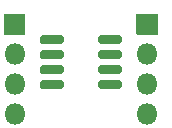
<source format=gts>
%TF.GenerationSoftware,KiCad,Pcbnew,5.1.7+dfsg1-1*%
%TF.CreationDate,2020-10-30T20:21:54-04:00*%
%TF.ProjectId,fpga-game,66706761-2d67-4616-9d65-2e6b69636164,rev?*%
%TF.SameCoordinates,Original*%
%TF.FileFunction,Soldermask,Top*%
%TF.FilePolarity,Negative*%
%FSLAX46Y46*%
G04 Gerber Fmt 4.6, Leading zero omitted, Abs format (unit mm)*
G04 Created by KiCad (PCBNEW 5.1.7+dfsg1-1) date 2020-10-30 20:21:54*
%MOMM*%
%LPD*%
G01*
G04 APERTURE LIST*
%ADD10O,1.801600X1.801600*%
G04 APERTURE END LIST*
%TO.C,J1*%
G36*
G01*
X154126200Y-97250000D02*
X154126200Y-95550000D01*
G75*
G02*
X154177000Y-95499200I50800J0D01*
G01*
X155877000Y-95499200D01*
G75*
G02*
X155927800Y-95550000I0J-50800D01*
G01*
X155927800Y-97250000D01*
G75*
G02*
X155877000Y-97300800I-50800J0D01*
G01*
X154177000Y-97300800D01*
G75*
G02*
X154126200Y-97250000I0J50800D01*
G01*
G37*
D10*
X155027000Y-98940000D03*
X155027000Y-101480000D03*
X155027000Y-104020000D03*
%TD*%
%TO.C,J2*%
X166227000Y-104020000D03*
X166227000Y-101480000D03*
X166227000Y-98940000D03*
G36*
G01*
X165326200Y-97250000D02*
X165326200Y-95550000D01*
G75*
G02*
X165377000Y-95499200I50800J0D01*
G01*
X167077000Y-95499200D01*
G75*
G02*
X167127800Y-95550000I0J-50800D01*
G01*
X167127800Y-97250000D01*
G75*
G02*
X167077000Y-97300800I-50800J0D01*
G01*
X165377000Y-97300800D01*
G75*
G02*
X165326200Y-97250000I0J50800D01*
G01*
G37*
%TD*%
%TO.C,U1*%
G36*
G01*
X157126200Y-97870400D02*
X157126200Y-97519600D01*
G75*
G02*
X157301600Y-97344200I175400J0D01*
G01*
X159002400Y-97344200D01*
G75*
G02*
X159177800Y-97519600I0J-175400D01*
G01*
X159177800Y-97870400D01*
G75*
G02*
X159002400Y-98045800I-175400J0D01*
G01*
X157301600Y-98045800D01*
G75*
G02*
X157126200Y-97870400I0J175400D01*
G01*
G37*
G36*
G01*
X157126200Y-99140400D02*
X157126200Y-98789600D01*
G75*
G02*
X157301600Y-98614200I175400J0D01*
G01*
X159002400Y-98614200D01*
G75*
G02*
X159177800Y-98789600I0J-175400D01*
G01*
X159177800Y-99140400D01*
G75*
G02*
X159002400Y-99315800I-175400J0D01*
G01*
X157301600Y-99315800D01*
G75*
G02*
X157126200Y-99140400I0J175400D01*
G01*
G37*
G36*
G01*
X157126200Y-100410400D02*
X157126200Y-100059600D01*
G75*
G02*
X157301600Y-99884200I175400J0D01*
G01*
X159002400Y-99884200D01*
G75*
G02*
X159177800Y-100059600I0J-175400D01*
G01*
X159177800Y-100410400D01*
G75*
G02*
X159002400Y-100585800I-175400J0D01*
G01*
X157301600Y-100585800D01*
G75*
G02*
X157126200Y-100410400I0J175400D01*
G01*
G37*
G36*
G01*
X157126200Y-101680400D02*
X157126200Y-101329600D01*
G75*
G02*
X157301600Y-101154200I175400J0D01*
G01*
X159002400Y-101154200D01*
G75*
G02*
X159177800Y-101329600I0J-175400D01*
G01*
X159177800Y-101680400D01*
G75*
G02*
X159002400Y-101855800I-175400J0D01*
G01*
X157301600Y-101855800D01*
G75*
G02*
X157126200Y-101680400I0J175400D01*
G01*
G37*
G36*
G01*
X162076200Y-101680400D02*
X162076200Y-101329600D01*
G75*
G02*
X162251600Y-101154200I175400J0D01*
G01*
X163952400Y-101154200D01*
G75*
G02*
X164127800Y-101329600I0J-175400D01*
G01*
X164127800Y-101680400D01*
G75*
G02*
X163952400Y-101855800I-175400J0D01*
G01*
X162251600Y-101855800D01*
G75*
G02*
X162076200Y-101680400I0J175400D01*
G01*
G37*
G36*
G01*
X162076200Y-100410400D02*
X162076200Y-100059600D01*
G75*
G02*
X162251600Y-99884200I175400J0D01*
G01*
X163952400Y-99884200D01*
G75*
G02*
X164127800Y-100059600I0J-175400D01*
G01*
X164127800Y-100410400D01*
G75*
G02*
X163952400Y-100585800I-175400J0D01*
G01*
X162251600Y-100585800D01*
G75*
G02*
X162076200Y-100410400I0J175400D01*
G01*
G37*
G36*
G01*
X162076200Y-99140400D02*
X162076200Y-98789600D01*
G75*
G02*
X162251600Y-98614200I175400J0D01*
G01*
X163952400Y-98614200D01*
G75*
G02*
X164127800Y-98789600I0J-175400D01*
G01*
X164127800Y-99140400D01*
G75*
G02*
X163952400Y-99315800I-175400J0D01*
G01*
X162251600Y-99315800D01*
G75*
G02*
X162076200Y-99140400I0J175400D01*
G01*
G37*
G36*
G01*
X162076200Y-97870400D02*
X162076200Y-97519600D01*
G75*
G02*
X162251600Y-97344200I175400J0D01*
G01*
X163952400Y-97344200D01*
G75*
G02*
X164127800Y-97519600I0J-175400D01*
G01*
X164127800Y-97870400D01*
G75*
G02*
X163952400Y-98045800I-175400J0D01*
G01*
X162251600Y-98045800D01*
G75*
G02*
X162076200Y-97870400I0J175400D01*
G01*
G37*
%TD*%
M02*

</source>
